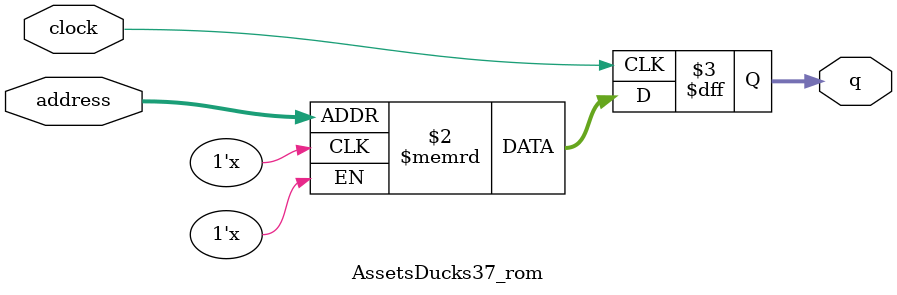
<source format=sv>
module AssetsDucks37_rom (
	input logic clock,
	input logic [12:0] address,
	output logic [3:0] q
);

logic [3:0] memory [0:4351] /* synthesis ram_init_file = "./AssetsDucks37/AssetsDucks37.mif" */;

always_ff @ (posedge clock) begin
	q <= memory[address];
end

endmodule

</source>
